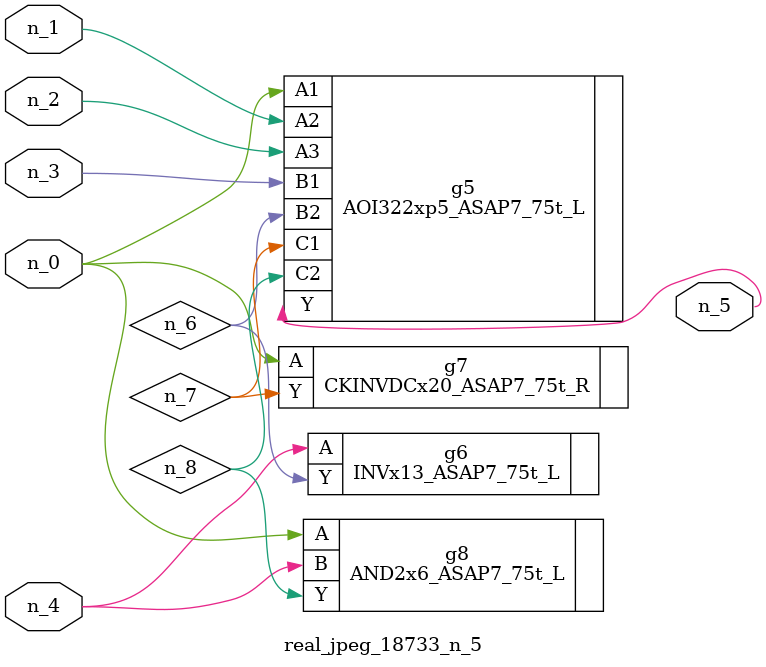
<source format=v>
module real_jpeg_18733_n_5 (n_4, n_0, n_1, n_2, n_3, n_5);

input n_4;
input n_0;
input n_1;
input n_2;
input n_3;

output n_5;

wire n_8;
wire n_6;
wire n_7;

AOI322xp5_ASAP7_75t_L g5 ( 
.A1(n_0),
.A2(n_1),
.A3(n_2),
.B1(n_3),
.B2(n_6),
.C1(n_7),
.C2(n_8),
.Y(n_5)
);

CKINVDCx20_ASAP7_75t_R g7 ( 
.A(n_0),
.Y(n_7)
);

AND2x6_ASAP7_75t_L g8 ( 
.A(n_0),
.B(n_4),
.Y(n_8)
);

INVx13_ASAP7_75t_L g6 ( 
.A(n_4),
.Y(n_6)
);


endmodule
</source>
